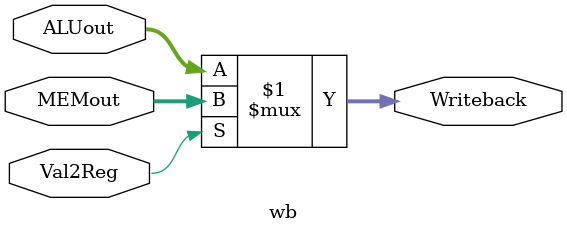
<source format=v>
/*
   CS/ECE 552 Spring '22
  
   Filename        : wb.v
   Description     : This is the module for the overall Write Back stage of the processor.
*/
`default_nettype none
module wb (Writeback, ALUout, MEMout, Val2Reg);
   // TODO: Your code here
   output wire[15:0] Writeback;
   input wire[15:0] ALUout, MEMout;
   input wire Val2Reg;

   assign Writeback = Val2Reg ? MEMout : ALUout; 
   
endmodule
`default_nettype wire

</source>
